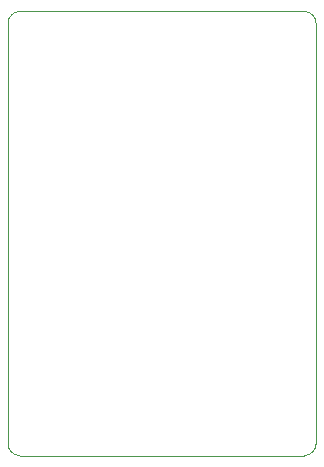
<source format=gbr>
%TF.GenerationSoftware,KiCad,Pcbnew,7.0.7*%
%TF.CreationDate,2023-10-23T01:20:13+09:00*%
%TF.ProjectId,CANFD_module,43414e46-445f-46d6-9f64-756c652e6b69,rev?*%
%TF.SameCoordinates,Original*%
%TF.FileFunction,Profile,NP*%
%FSLAX46Y46*%
G04 Gerber Fmt 4.6, Leading zero omitted, Abs format (unit mm)*
G04 Created by KiCad (PCBNEW 7.0.7) date 2023-10-23 01:20:13*
%MOMM*%
%LPD*%
G01*
G04 APERTURE LIST*
%TA.AperFunction,Profile*%
%ADD10C,0.050000*%
%TD*%
G04 APERTURE END LIST*
D10*
X136461100Y-123803600D02*
X160541100Y-123803600D01*
X161541100Y-122803600D02*
X161541100Y-87203600D01*
X161541100Y-87203600D02*
G75*
G03*
X160541100Y-86203600I-1000000J0D01*
G01*
X136461100Y-86203600D02*
G75*
G03*
X135461100Y-87203600I0J-1000000D01*
G01*
X135461100Y-122803600D02*
G75*
G03*
X136461100Y-123803600I1000000J0D01*
G01*
X160541100Y-86203600D02*
X136461100Y-86203600D01*
X160541100Y-123803600D02*
G75*
G03*
X161541100Y-122803600I0J1000000D01*
G01*
X135461100Y-87203600D02*
X135461100Y-122803600D01*
M02*

</source>
